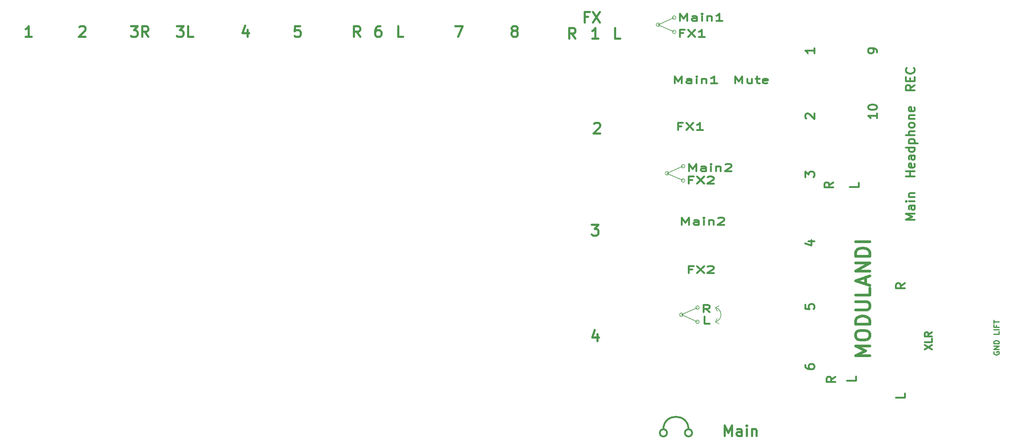
<source format=gbr>
%TF.GenerationSoftware,KiCad,Pcbnew,(6.0.7)*%
%TF.CreationDate,2022-09-27T11:44:32+02:00*%
%TF.ProjectId,Frontpannels,46726f6e-7470-4616-9e6e-656c732e6b69,rev?*%
%TF.SameCoordinates,Original*%
%TF.FileFunction,Copper,L1,Top*%
%TF.FilePolarity,Positive*%
%FSLAX46Y46*%
G04 Gerber Fmt 4.6, Leading zero omitted, Abs format (unit mm)*
G04 Created by KiCad (PCBNEW (6.0.7)) date 2022-09-27 11:44:32*
%MOMM*%
%LPD*%
G01*
G04 APERTURE LIST*
%ADD10C,0.500000*%
%TA.AperFunction,NonConductor*%
%ADD11C,0.500000*%
%TD*%
%ADD12C,0.300000*%
%TA.AperFunction,NonConductor*%
%ADD13C,0.300000*%
%TD*%
%ADD14C,0.800000*%
%TA.AperFunction,NonConductor*%
%ADD15C,0.800000*%
%TD*%
%TA.AperFunction,NonConductor*%
%ADD16C,0.200000*%
%TD*%
%ADD17C,0.600000*%
%TA.AperFunction,NonConductor*%
%ADD18C,0.600000*%
%TD*%
G04 APERTURE END LIST*
D10*
D11*
X247630952Y-64526190D02*
X246440476Y-65359523D01*
X247630952Y-65954761D02*
X245130952Y-65954761D01*
X245130952Y-65002380D01*
X245250000Y-64764285D01*
X245369047Y-64645238D01*
X245607142Y-64526190D01*
X245964285Y-64526190D01*
X246202380Y-64645238D01*
X246321428Y-64764285D01*
X246440476Y-65002380D01*
X246440476Y-65954761D01*
D10*
D11*
X248230952Y-118826190D02*
X247040476Y-119659523D01*
X248230952Y-120254761D02*
X245730952Y-120254761D01*
X245730952Y-119302380D01*
X245850000Y-119064285D01*
X245969047Y-118945238D01*
X246207142Y-118826190D01*
X246564285Y-118826190D01*
X246802380Y-118945238D01*
X246921428Y-119064285D01*
X247040476Y-119302380D01*
X247040476Y-120254761D01*
D10*
D11*
X254730952Y-64626190D02*
X254730952Y-65816666D01*
X252230952Y-65816666D01*
D10*
D11*
X240069047Y-46714285D02*
X239950000Y-46595238D01*
X239830952Y-46357142D01*
X239830952Y-45761904D01*
X239950000Y-45523809D01*
X240069047Y-45404761D01*
X240307142Y-45285714D01*
X240545238Y-45285714D01*
X240902380Y-45404761D01*
X242330952Y-46833333D01*
X242330952Y-45285714D01*
D10*
D11*
X270330952Y-74940476D02*
X267830952Y-74940476D01*
X269616666Y-74107142D01*
X267830952Y-73273809D01*
X270330952Y-73273809D01*
X270330952Y-71011904D02*
X269021428Y-71011904D01*
X268783333Y-71130952D01*
X268664285Y-71369047D01*
X268664285Y-71845238D01*
X268783333Y-72083333D01*
X270211904Y-71011904D02*
X270330952Y-71250000D01*
X270330952Y-71845238D01*
X270211904Y-72083333D01*
X269973809Y-72202380D01*
X269735714Y-72202380D01*
X269497619Y-72083333D01*
X269378571Y-71845238D01*
X269378571Y-71250000D01*
X269259523Y-71011904D01*
X270330952Y-69821428D02*
X268664285Y-69821428D01*
X267830952Y-69821428D02*
X267950000Y-69940476D01*
X268069047Y-69821428D01*
X267950000Y-69702380D01*
X267830952Y-69821428D01*
X268069047Y-69821428D01*
X268664285Y-68630952D02*
X270330952Y-68630952D01*
X268902380Y-68630952D02*
X268783333Y-68511904D01*
X268664285Y-68273809D01*
X268664285Y-67916666D01*
X268783333Y-67678571D01*
X269021428Y-67559523D01*
X270330952Y-67559523D01*
D10*
D11*
X267580952Y-123511904D02*
X267580952Y-124702380D01*
X265080952Y-124702380D01*
X267580952Y-92678571D02*
X266390476Y-93511904D01*
X267580952Y-94107142D02*
X265080952Y-94107142D01*
X265080952Y-93154761D01*
X265200000Y-92916666D01*
X265319047Y-92797619D01*
X265557142Y-92678571D01*
X265914285Y-92678571D01*
X266152380Y-92797619D01*
X266271428Y-92916666D01*
X266390476Y-93154761D01*
X266390476Y-94107142D01*
D12*
D13*
X292450000Y-111892857D02*
X292378571Y-112035714D01*
X292378571Y-112250000D01*
X292450000Y-112464285D01*
X292592857Y-112607142D01*
X292735714Y-112678571D01*
X293021428Y-112750000D01*
X293235714Y-112750000D01*
X293521428Y-112678571D01*
X293664285Y-112607142D01*
X293807142Y-112464285D01*
X293878571Y-112250000D01*
X293878571Y-112107142D01*
X293807142Y-111892857D01*
X293735714Y-111821428D01*
X293235714Y-111821428D01*
X293235714Y-112107142D01*
X293878571Y-111178571D02*
X292378571Y-111178571D01*
X293878571Y-110321428D01*
X292378571Y-110321428D01*
X293878571Y-109607142D02*
X292378571Y-109607142D01*
X292378571Y-109250000D01*
X292450000Y-109035714D01*
X292592857Y-108892857D01*
X292735714Y-108821428D01*
X293021428Y-108750000D01*
X293235714Y-108750000D01*
X293521428Y-108821428D01*
X293664285Y-108892857D01*
X293807142Y-109035714D01*
X293878571Y-109250000D01*
X293878571Y-109607142D01*
X293878571Y-106250000D02*
X293878571Y-106964285D01*
X292378571Y-106964285D01*
X293878571Y-105750000D02*
X292378571Y-105750000D01*
X293092857Y-104535714D02*
X293092857Y-105035714D01*
X293878571Y-105035714D02*
X292378571Y-105035714D01*
X292378571Y-104321428D01*
X292378571Y-103964285D02*
X292378571Y-103107142D01*
X293878571Y-103535714D02*
X292378571Y-103535714D01*
D10*
D11*
X270330952Y-62892857D02*
X267830952Y-62892857D01*
X269021428Y-62892857D02*
X269021428Y-61464285D01*
X270330952Y-61464285D02*
X267830952Y-61464285D01*
X270211904Y-59321428D02*
X270330952Y-59559523D01*
X270330952Y-60035714D01*
X270211904Y-60273809D01*
X269973809Y-60392857D01*
X269021428Y-60392857D01*
X268783333Y-60273809D01*
X268664285Y-60035714D01*
X268664285Y-59559523D01*
X268783333Y-59321428D01*
X269021428Y-59202380D01*
X269259523Y-59202380D01*
X269497619Y-60392857D01*
X270330952Y-57059523D02*
X269021428Y-57059523D01*
X268783333Y-57178571D01*
X268664285Y-57416666D01*
X268664285Y-57892857D01*
X268783333Y-58130952D01*
X270211904Y-57059523D02*
X270330952Y-57297619D01*
X270330952Y-57892857D01*
X270211904Y-58130952D01*
X269973809Y-58250000D01*
X269735714Y-58250000D01*
X269497619Y-58130952D01*
X269378571Y-57892857D01*
X269378571Y-57297619D01*
X269259523Y-57059523D01*
X270330952Y-54797619D02*
X267830952Y-54797619D01*
X270211904Y-54797619D02*
X270330952Y-55035714D01*
X270330952Y-55511904D01*
X270211904Y-55750000D01*
X270092857Y-55869047D01*
X269854761Y-55988095D01*
X269140476Y-55988095D01*
X268902380Y-55869047D01*
X268783333Y-55750000D01*
X268664285Y-55511904D01*
X268664285Y-55035714D01*
X268783333Y-54797619D01*
X268664285Y-53607142D02*
X271164285Y-53607142D01*
X268783333Y-53607142D02*
X268664285Y-53369047D01*
X268664285Y-52892857D01*
X268783333Y-52654761D01*
X268902380Y-52535714D01*
X269140476Y-52416666D01*
X269854761Y-52416666D01*
X270092857Y-52535714D01*
X270211904Y-52654761D01*
X270330952Y-52892857D01*
X270330952Y-53369047D01*
X270211904Y-53607142D01*
X270330952Y-51345238D02*
X267830952Y-51345238D01*
X270330952Y-50273809D02*
X269021428Y-50273809D01*
X268783333Y-50392857D01*
X268664285Y-50630952D01*
X268664285Y-50988095D01*
X268783333Y-51226190D01*
X268902380Y-51345238D01*
X270330952Y-48726190D02*
X270211904Y-48964285D01*
X270092857Y-49083333D01*
X269854761Y-49202380D01*
X269140476Y-49202380D01*
X268902380Y-49083333D01*
X268783333Y-48964285D01*
X268664285Y-48726190D01*
X268664285Y-48369047D01*
X268783333Y-48130952D01*
X268902380Y-48011904D01*
X269140476Y-47892857D01*
X269854761Y-47892857D01*
X270092857Y-48011904D01*
X270211904Y-48130952D01*
X270330952Y-48369047D01*
X270330952Y-48726190D01*
X268664285Y-46821428D02*
X270330952Y-46821428D01*
X268902380Y-46821428D02*
X268783333Y-46702380D01*
X268664285Y-46464285D01*
X268664285Y-46107142D01*
X268783333Y-45869047D01*
X269021428Y-45750000D01*
X270330952Y-45750000D01*
X270211904Y-43607142D02*
X270330952Y-43845238D01*
X270330952Y-44321428D01*
X270211904Y-44559523D01*
X269973809Y-44678571D01*
X269021428Y-44678571D01*
X268783333Y-44559523D01*
X268664285Y-44321428D01*
X268664285Y-43845238D01*
X268783333Y-43607142D01*
X269021428Y-43488095D01*
X269259523Y-43488095D01*
X269497619Y-44678571D01*
D10*
D11*
X242330952Y-27035714D02*
X242330952Y-28464285D01*
X242330952Y-27750000D02*
X239830952Y-27750000D01*
X240188095Y-27988095D01*
X240426190Y-28226190D01*
X240545238Y-28464285D01*
D10*
D11*
X259830952Y-28226190D02*
X259830952Y-27750000D01*
X259711904Y-27511904D01*
X259592857Y-27392857D01*
X259235714Y-27154761D01*
X258759523Y-27035714D01*
X257807142Y-27035714D01*
X257569047Y-27154761D01*
X257450000Y-27273809D01*
X257330952Y-27511904D01*
X257330952Y-27988095D01*
X257450000Y-28226190D01*
X257569047Y-28345238D01*
X257807142Y-28464285D01*
X258402380Y-28464285D01*
X258640476Y-28345238D01*
X258759523Y-28226190D01*
X258878571Y-27988095D01*
X258878571Y-27511904D01*
X258759523Y-27273809D01*
X258640476Y-27154761D01*
X258402380Y-27035714D01*
D10*
D11*
X259830952Y-45226190D02*
X259830952Y-46654761D01*
X259830952Y-45940476D02*
X257330952Y-45940476D01*
X257688095Y-46178571D01*
X257926190Y-46416666D01*
X258045238Y-46654761D01*
X257330952Y-43678571D02*
X257330952Y-43440476D01*
X257450000Y-43202380D01*
X257569047Y-43083333D01*
X257807142Y-42964285D01*
X258283333Y-42845238D01*
X258878571Y-42845238D01*
X259354761Y-42964285D01*
X259592857Y-43083333D01*
X259711904Y-43202380D01*
X259830952Y-43440476D01*
X259830952Y-43678571D01*
X259711904Y-43916666D01*
X259592857Y-44035714D01*
X259354761Y-44154761D01*
X258878571Y-44273809D01*
X258283333Y-44273809D01*
X257807142Y-44154761D01*
X257569047Y-44035714D01*
X257450000Y-43916666D01*
X257330952Y-43678571D01*
D14*
D15*
X257759523Y-112904761D02*
X253759523Y-112904761D01*
X256616666Y-111571428D01*
X253759523Y-110238095D01*
X257759523Y-110238095D01*
X253759523Y-107571428D02*
X253759523Y-106809523D01*
X253950000Y-106428571D01*
X254330952Y-106047619D01*
X255092857Y-105857142D01*
X256426190Y-105857142D01*
X257188095Y-106047619D01*
X257569047Y-106428571D01*
X257759523Y-106809523D01*
X257759523Y-107571428D01*
X257569047Y-107952380D01*
X257188095Y-108333333D01*
X256426190Y-108523809D01*
X255092857Y-108523809D01*
X254330952Y-108333333D01*
X253950000Y-107952380D01*
X253759523Y-107571428D01*
X257759523Y-104142857D02*
X253759523Y-104142857D01*
X253759523Y-103190476D01*
X253950000Y-102619047D01*
X254330952Y-102238095D01*
X254711904Y-102047619D01*
X255473809Y-101857142D01*
X256045238Y-101857142D01*
X256807142Y-102047619D01*
X257188095Y-102238095D01*
X257569047Y-102619047D01*
X257759523Y-103190476D01*
X257759523Y-104142857D01*
X253759523Y-100142857D02*
X256997619Y-100142857D01*
X257378571Y-99952380D01*
X257569047Y-99761904D01*
X257759523Y-99380952D01*
X257759523Y-98619047D01*
X257569047Y-98238095D01*
X257378571Y-98047619D01*
X256997619Y-97857142D01*
X253759523Y-97857142D01*
X257759523Y-94047619D02*
X257759523Y-95952380D01*
X253759523Y-95952380D01*
X256616666Y-92904761D02*
X256616666Y-91000000D01*
X257759523Y-93285714D02*
X253759523Y-91952380D01*
X257759523Y-90619047D01*
X257759523Y-89285714D02*
X253759523Y-89285714D01*
X257759523Y-87000000D01*
X253759523Y-87000000D01*
X257759523Y-85095238D02*
X253759523Y-85095238D01*
X253759523Y-84142857D01*
X253950000Y-83571428D01*
X254330952Y-83190476D01*
X254711904Y-83000000D01*
X255473809Y-82809523D01*
X256045238Y-82809523D01*
X256807142Y-83000000D01*
X257188095Y-83190476D01*
X257569047Y-83571428D01*
X257759523Y-84142857D01*
X257759523Y-85095238D01*
X257759523Y-81095238D02*
X253759523Y-81095238D01*
D10*
D11*
X239830952Y-115523809D02*
X239830952Y-116000000D01*
X239950000Y-116238095D01*
X240069047Y-116357142D01*
X240426190Y-116595238D01*
X240902380Y-116714285D01*
X241854761Y-116714285D01*
X242092857Y-116595238D01*
X242211904Y-116476190D01*
X242330952Y-116238095D01*
X242330952Y-115761904D01*
X242211904Y-115523809D01*
X242092857Y-115404761D01*
X241854761Y-115285714D01*
X241259523Y-115285714D01*
X241021428Y-115404761D01*
X240902380Y-115523809D01*
X240783333Y-115761904D01*
X240783333Y-116238095D01*
X240902380Y-116476190D01*
X241021428Y-116595238D01*
X241259523Y-116714285D01*
D10*
D11*
X273104761Y-111250000D02*
X275104761Y-109916666D01*
X273104761Y-109916666D02*
X275104761Y-111250000D01*
X275104761Y-108202380D02*
X275104761Y-109154761D01*
X273104761Y-109154761D01*
X275104761Y-106392857D02*
X274152380Y-107059523D01*
X275104761Y-107535714D02*
X273104761Y-107535714D01*
X273104761Y-106773809D01*
X273200000Y-106583333D01*
X273295238Y-106488095D01*
X273485714Y-106392857D01*
X273771428Y-106392857D01*
X273961904Y-106488095D01*
X274057142Y-106583333D01*
X274152380Y-106773809D01*
X274152380Y-107535714D01*
D10*
D11*
X239830952Y-98654761D02*
X239830952Y-99845238D01*
X241021428Y-99964285D01*
X240902380Y-99845238D01*
X240783333Y-99607142D01*
X240783333Y-99011904D01*
X240902380Y-98773809D01*
X241021428Y-98654761D01*
X241259523Y-98535714D01*
X241854761Y-98535714D01*
X242092857Y-98654761D01*
X242211904Y-98773809D01*
X242330952Y-99011904D01*
X242330952Y-99607142D01*
X242211904Y-99845238D01*
X242092857Y-99964285D01*
D10*
D11*
X240664285Y-81023809D02*
X242330952Y-81023809D01*
X239711904Y-81619047D02*
X241497619Y-82214285D01*
X241497619Y-80666666D01*
D10*
D11*
X270330952Y-37357142D02*
X269140476Y-38190476D01*
X270330952Y-38785714D02*
X267830952Y-38785714D01*
X267830952Y-37833333D01*
X267950000Y-37595238D01*
X268069047Y-37476190D01*
X268307142Y-37357142D01*
X268664285Y-37357142D01*
X268902380Y-37476190D01*
X269021428Y-37595238D01*
X269140476Y-37833333D01*
X269140476Y-38785714D01*
X269021428Y-36285714D02*
X269021428Y-35452380D01*
X270330952Y-35095238D02*
X270330952Y-36285714D01*
X267830952Y-36285714D01*
X267830952Y-35095238D01*
X270092857Y-32595238D02*
X270211904Y-32714285D01*
X270330952Y-33071428D01*
X270330952Y-33309523D01*
X270211904Y-33666666D01*
X269973809Y-33904761D01*
X269735714Y-34023809D01*
X269259523Y-34142857D01*
X268902380Y-34142857D01*
X268426190Y-34023809D01*
X268188095Y-33904761D01*
X267950000Y-33666666D01*
X267830952Y-33309523D01*
X267830952Y-33071428D01*
X267950000Y-32714285D01*
X268069047Y-32595238D01*
D10*
D11*
X239830952Y-63083333D02*
X239830952Y-61535714D01*
X240783333Y-62369047D01*
X240783333Y-62011904D01*
X240902380Y-61773809D01*
X241021428Y-61654761D01*
X241259523Y-61535714D01*
X241854761Y-61535714D01*
X242092857Y-61654761D01*
X242211904Y-61773809D01*
X242330952Y-62011904D01*
X242330952Y-62726190D01*
X242211904Y-62964285D01*
X242092857Y-63083333D01*
D10*
D11*
X253930952Y-118726190D02*
X253930952Y-119916666D01*
X251430952Y-119916666D01*
D16*
X206250000Y-64000000D02*
G75*
G03*
X206250000Y-64000000I-500000J0D01*
G01*
X215250000Y-100500000D02*
X214750000Y-99500001D01*
X214750000Y-99500001D02*
X215750000Y-99000000D01*
D11*
X201250000Y-134500000D02*
G75*
G03*
X201250000Y-134500000I-1000000J0D01*
G01*
D16*
X209750000Y-99500000D02*
X205250000Y-101500000D01*
X214750000Y-103499999D02*
X215750000Y-104000000D01*
X201750000Y-62000000D02*
G75*
G03*
X201750000Y-62000000I-500000J0D01*
G01*
X203750000Y-18500000D02*
G75*
G03*
X203750000Y-18500000I-500000J0D01*
G01*
X198750000Y-20500000D02*
X203250000Y-18500000D01*
X201250000Y-62000000D02*
X205750000Y-60000000D01*
X201250000Y-62000000D02*
X205750000Y-64000000D01*
D11*
X208250000Y-134500000D02*
G75*
G03*
X208250000Y-134500000I-1000000J0D01*
G01*
X207250000Y-133500000D02*
G75*
G03*
X200250000Y-133500000I-3500000J0D01*
G01*
D16*
X210250000Y-99500000D02*
G75*
G03*
X210250000Y-99500000I-500000J0D01*
G01*
X203750000Y-22500000D02*
G75*
G03*
X203750000Y-22500000I-500000J0D01*
G01*
X205750000Y-60000000D02*
X201250000Y-62000000D01*
X214750000Y-103499999D02*
G75*
G03*
X214750000Y-99500001I-500000J1999999D01*
G01*
X205250000Y-101500000D02*
X209750000Y-99500000D01*
X214750000Y-99500001D02*
X215250000Y-100500000D01*
X215250000Y-102500000D02*
X214750000Y-103499999D01*
X205750000Y-101500000D02*
G75*
G03*
X205750000Y-101500000I-500000J0D01*
G01*
X203250000Y-18500000D02*
X198750000Y-20500000D01*
X214750000Y-103499999D02*
X215250000Y-102500000D01*
X199250000Y-20500000D02*
G75*
G03*
X199250000Y-20500000I-500000J0D01*
G01*
X205250000Y-101500000D02*
X209750000Y-103500000D01*
X206250000Y-60000000D02*
G75*
G03*
X206250000Y-60000000I-500000J0D01*
G01*
X210250000Y-103500000D02*
G75*
G03*
X210250000Y-103500000I-500000J0D01*
G01*
X198750000Y-20500000D02*
X203250000Y-22500000D01*
D17*
D18*
X179250000Y-18285714D02*
X178250000Y-18285714D01*
X178250000Y-19857142D02*
X178250000Y-16857142D01*
X179678571Y-16857142D01*
X180535714Y-16857142D02*
X182535714Y-19857142D01*
X182535714Y-16857142D02*
X180535714Y-19857142D01*
D17*
D18*
X127678571Y-23857142D02*
X126250000Y-23857142D01*
X126250000Y-20857142D01*
D10*
D11*
X208321428Y-63857142D02*
X207321428Y-63857142D01*
X207321428Y-64904761D02*
X207321428Y-62904761D01*
X208750000Y-62904761D01*
X209607142Y-62904761D02*
X211607142Y-64904761D01*
X211607142Y-62904761D02*
X209607142Y-64904761D01*
X212607142Y-63095238D02*
X212750000Y-63000000D01*
X213035714Y-62904761D01*
X213750000Y-62904761D01*
X214035714Y-63000000D01*
X214178571Y-63095238D01*
X214321428Y-63285714D01*
X214321428Y-63476190D01*
X214178571Y-63761904D01*
X212464285Y-64904761D01*
X214321428Y-64904761D01*
D17*
D18*
X121321428Y-20857142D02*
X120750000Y-20857142D01*
X120464285Y-21000000D01*
X120321428Y-21142857D01*
X120035714Y-21571428D01*
X119892857Y-22142857D01*
X119892857Y-23285714D01*
X120035714Y-23571428D01*
X120178571Y-23714285D01*
X120464285Y-23857142D01*
X121035714Y-23857142D01*
X121321428Y-23714285D01*
X121464285Y-23571428D01*
X121607142Y-23285714D01*
X121607142Y-22571428D01*
X121464285Y-22285714D01*
X121321428Y-22142857D01*
X121035714Y-22000000D01*
X120464285Y-22000000D01*
X120178571Y-22142857D01*
X120035714Y-22285714D01*
X119892857Y-22571428D01*
D10*
D11*
X205821428Y-22857142D02*
X204821428Y-22857142D01*
X204821428Y-23904761D02*
X204821428Y-21904761D01*
X206250000Y-21904761D01*
X207107142Y-21904761D02*
X209107142Y-23904761D01*
X209107142Y-21904761D02*
X207107142Y-23904761D01*
X211821428Y-23904761D02*
X210107142Y-23904761D01*
X210964285Y-23904761D02*
X210964285Y-21904761D01*
X210678571Y-22190476D01*
X210392857Y-22380952D01*
X210107142Y-22476190D01*
D17*
D18*
X217321428Y-135357142D02*
X217321428Y-132357142D01*
X218321428Y-134500000D01*
X219321428Y-132357142D01*
X219321428Y-135357142D01*
X222035714Y-135357142D02*
X222035714Y-133785714D01*
X221892857Y-133500000D01*
X221607142Y-133357142D01*
X221035714Y-133357142D01*
X220750000Y-133500000D01*
X222035714Y-135214285D02*
X221750000Y-135357142D01*
X221035714Y-135357142D01*
X220750000Y-135214285D01*
X220607142Y-134928571D01*
X220607142Y-134642857D01*
X220750000Y-134357142D01*
X221035714Y-134214285D01*
X221750000Y-134214285D01*
X222035714Y-134071428D01*
X223464285Y-135357142D02*
X223464285Y-133357142D01*
X223464285Y-132357142D02*
X223321428Y-132500000D01*
X223464285Y-132642857D01*
X223607142Y-132500000D01*
X223464285Y-132357142D01*
X223464285Y-132642857D01*
X224892857Y-133357142D02*
X224892857Y-135357142D01*
X224892857Y-133642857D02*
X225035714Y-133500000D01*
X225321428Y-133357142D01*
X225750000Y-133357142D01*
X226035714Y-133500000D01*
X226178571Y-133785714D01*
X226178571Y-135357142D01*
D10*
D11*
X213178571Y-100794761D02*
X212178571Y-99842380D01*
X211464285Y-100794761D02*
X211464285Y-98794761D01*
X212607142Y-98794761D01*
X212892857Y-98890000D01*
X213035714Y-98985238D01*
X213178571Y-99175714D01*
X213178571Y-99461428D01*
X213035714Y-99651904D01*
X212892857Y-99747142D01*
X212607142Y-99842380D01*
X211464285Y-99842380D01*
X213178571Y-104014761D02*
X211750000Y-104014761D01*
X211750000Y-102014761D01*
D10*
D11*
X205321428Y-48857142D02*
X204321428Y-48857142D01*
X204321428Y-49904761D02*
X204321428Y-47904761D01*
X205750000Y-47904761D01*
X206607142Y-47904761D02*
X208607142Y-49904761D01*
X208607142Y-47904761D02*
X206607142Y-49904761D01*
X211321428Y-49904761D02*
X209607142Y-49904761D01*
X210464285Y-49904761D02*
X210464285Y-47904761D01*
X210178571Y-48190476D01*
X209892857Y-48380952D01*
X209607142Y-48476190D01*
D17*
D18*
X180250000Y-76357142D02*
X182107142Y-76357142D01*
X181107142Y-77500000D01*
X181535714Y-77500000D01*
X181821428Y-77642857D01*
X181964285Y-77785714D01*
X182107142Y-78071428D01*
X182107142Y-78785714D01*
X181964285Y-79071428D01*
X181821428Y-79214285D01*
X181535714Y-79357142D01*
X180678571Y-79357142D01*
X180392857Y-79214285D01*
X180250000Y-79071428D01*
D17*
D18*
X115678571Y-23857142D02*
X114678571Y-22428571D01*
X113964285Y-23857142D02*
X113964285Y-20857142D01*
X115107142Y-20857142D01*
X115392857Y-21000000D01*
X115535714Y-21142857D01*
X115678571Y-21428571D01*
X115678571Y-21857142D01*
X115535714Y-22142857D01*
X115392857Y-22285714D01*
X115107142Y-22428571D01*
X113964285Y-22428571D01*
D10*
D11*
X220250000Y-36904761D02*
X220250000Y-34904761D01*
X221250000Y-36333333D01*
X222250000Y-34904761D01*
X222250000Y-36904761D01*
X224964285Y-35571428D02*
X224964285Y-36904761D01*
X223678571Y-35571428D02*
X223678571Y-36619047D01*
X223821428Y-36809523D01*
X224107142Y-36904761D01*
X224535714Y-36904761D01*
X224821428Y-36809523D01*
X224964285Y-36714285D01*
X225964285Y-35571428D02*
X227107142Y-35571428D01*
X226392857Y-34904761D02*
X226392857Y-36619047D01*
X226535714Y-36809523D01*
X226821428Y-36904761D01*
X227107142Y-36904761D01*
X229250000Y-36809523D02*
X228964285Y-36904761D01*
X228392857Y-36904761D01*
X228107142Y-36809523D01*
X227964285Y-36619047D01*
X227964285Y-35857142D01*
X228107142Y-35666666D01*
X228392857Y-35571428D01*
X228964285Y-35571428D01*
X229250000Y-35666666D01*
X229392857Y-35857142D01*
X229392857Y-36047619D01*
X227964285Y-36238095D01*
D10*
D11*
X203392857Y-36904761D02*
X203392857Y-34904761D01*
X204392857Y-36333333D01*
X205392857Y-34904761D01*
X205392857Y-36904761D01*
X208107142Y-36904761D02*
X208107142Y-35857142D01*
X207964285Y-35666666D01*
X207678571Y-35571428D01*
X207107142Y-35571428D01*
X206821428Y-35666666D01*
X208107142Y-36809523D02*
X207821428Y-36904761D01*
X207107142Y-36904761D01*
X206821428Y-36809523D01*
X206678571Y-36619047D01*
X206678571Y-36428571D01*
X206821428Y-36238095D01*
X207107142Y-36142857D01*
X207821428Y-36142857D01*
X208107142Y-36047619D01*
X209535714Y-36904761D02*
X209535714Y-35571428D01*
X209535714Y-34904761D02*
X209392857Y-35000000D01*
X209535714Y-35095238D01*
X209678571Y-35000000D01*
X209535714Y-34904761D01*
X209535714Y-35095238D01*
X210964285Y-35571428D02*
X210964285Y-36904761D01*
X210964285Y-35761904D02*
X211107142Y-35666666D01*
X211392857Y-35571428D01*
X211821428Y-35571428D01*
X212107142Y-35666666D01*
X212250000Y-35857142D01*
X212250000Y-36904761D01*
X215250000Y-36904761D02*
X213535714Y-36904761D01*
X214392857Y-36904761D02*
X214392857Y-34904761D01*
X214107142Y-35190476D01*
X213821428Y-35380952D01*
X213535714Y-35476190D01*
D17*
D18*
X182107142Y-24357142D02*
X180392857Y-24357142D01*
X181250000Y-24357142D02*
X181250000Y-21357142D01*
X180964285Y-21785714D01*
X180678571Y-22071428D01*
X180392857Y-22214285D01*
D17*
D18*
X142250000Y-20857142D02*
X144250000Y-20857142D01*
X142964285Y-23857142D01*
D17*
D18*
X24107142Y-23857142D02*
X22392857Y-23857142D01*
X23250000Y-23857142D02*
X23250000Y-20857142D01*
X22964285Y-21285714D01*
X22678571Y-21571428D01*
X22392857Y-21714285D01*
D17*
D18*
X51750000Y-20857142D02*
X53607142Y-20857142D01*
X52607142Y-22000000D01*
X53035714Y-22000000D01*
X53321428Y-22142857D01*
X53464285Y-22285714D01*
X53607142Y-22571428D01*
X53607142Y-23285714D01*
X53464285Y-23571428D01*
X53321428Y-23714285D01*
X53035714Y-23857142D01*
X52178571Y-23857142D01*
X51892857Y-23714285D01*
X51750000Y-23571428D01*
X56607142Y-23857142D02*
X55607142Y-22428571D01*
X54892857Y-23857142D02*
X54892857Y-20857142D01*
X56035714Y-20857142D01*
X56321428Y-21000000D01*
X56464285Y-21142857D01*
X56607142Y-21428571D01*
X56607142Y-21857142D01*
X56464285Y-22142857D01*
X56321428Y-22285714D01*
X56035714Y-22428571D01*
X54892857Y-22428571D01*
D17*
D18*
X180892857Y-48142857D02*
X181035714Y-48000000D01*
X181321428Y-47857142D01*
X182035714Y-47857142D01*
X182321428Y-48000000D01*
X182464285Y-48142857D01*
X182607142Y-48428571D01*
X182607142Y-48714285D01*
X182464285Y-49142857D01*
X180750000Y-50857142D01*
X182607142Y-50857142D01*
D10*
D11*
X208321428Y-88857142D02*
X207321428Y-88857142D01*
X207321428Y-89904761D02*
X207321428Y-87904761D01*
X208750000Y-87904761D01*
X209607142Y-87904761D02*
X211607142Y-89904761D01*
X211607142Y-87904761D02*
X209607142Y-89904761D01*
X212607142Y-88095238D02*
X212750000Y-88000000D01*
X213035714Y-87904761D01*
X213750000Y-87904761D01*
X214035714Y-88000000D01*
X214178571Y-88095238D01*
X214321428Y-88285714D01*
X214321428Y-88476190D01*
X214178571Y-88761904D01*
X212464285Y-89904761D01*
X214321428Y-89904761D01*
D17*
D18*
X64535714Y-20857142D02*
X66392857Y-20857142D01*
X65392857Y-22000000D01*
X65821428Y-22000000D01*
X66107142Y-22142857D01*
X66250000Y-22285714D01*
X66392857Y-22571428D01*
X66392857Y-23285714D01*
X66250000Y-23571428D01*
X66107142Y-23714285D01*
X65821428Y-23857142D01*
X64964285Y-23857142D01*
X64678571Y-23714285D01*
X64535714Y-23571428D01*
X69107142Y-23857142D02*
X67678571Y-23857142D01*
X67678571Y-20857142D01*
D17*
D18*
X158464285Y-22142857D02*
X158178571Y-22000000D01*
X158035714Y-21857142D01*
X157892857Y-21571428D01*
X157892857Y-21428571D01*
X158035714Y-21142857D01*
X158178571Y-21000000D01*
X158464285Y-20857142D01*
X159035714Y-20857142D01*
X159321428Y-21000000D01*
X159464285Y-21142857D01*
X159607142Y-21428571D01*
X159607142Y-21571428D01*
X159464285Y-21857142D01*
X159321428Y-22000000D01*
X159035714Y-22142857D01*
X158464285Y-22142857D01*
X158178571Y-22285714D01*
X158035714Y-22428571D01*
X157892857Y-22714285D01*
X157892857Y-23285714D01*
X158035714Y-23571428D01*
X158178571Y-23714285D01*
X158464285Y-23857142D01*
X159035714Y-23857142D01*
X159321428Y-23714285D01*
X159464285Y-23571428D01*
X159607142Y-23285714D01*
X159607142Y-22714285D01*
X159464285Y-22428571D01*
X159321428Y-22285714D01*
X159035714Y-22142857D01*
D17*
D18*
X175678571Y-24357142D02*
X174678571Y-22928571D01*
X173964285Y-24357142D02*
X173964285Y-21357142D01*
X175107142Y-21357142D01*
X175392857Y-21500000D01*
X175535714Y-21642857D01*
X175678571Y-21928571D01*
X175678571Y-22357142D01*
X175535714Y-22642857D01*
X175392857Y-22785714D01*
X175107142Y-22928571D01*
X173964285Y-22928571D01*
D17*
D18*
X181821428Y-106857142D02*
X181821428Y-108857142D01*
X181107142Y-105714285D02*
X180392857Y-107857142D01*
X182250000Y-107857142D01*
D10*
D11*
X207392857Y-61404761D02*
X207392857Y-59404761D01*
X208392857Y-60833333D01*
X209392857Y-59404761D01*
X209392857Y-61404761D01*
X212107142Y-61404761D02*
X212107142Y-60357142D01*
X211964285Y-60166666D01*
X211678571Y-60071428D01*
X211107142Y-60071428D01*
X210821428Y-60166666D01*
X212107142Y-61309523D02*
X211821428Y-61404761D01*
X211107142Y-61404761D01*
X210821428Y-61309523D01*
X210678571Y-61119047D01*
X210678571Y-60928571D01*
X210821428Y-60738095D01*
X211107142Y-60642857D01*
X211821428Y-60642857D01*
X212107142Y-60547619D01*
X213535714Y-61404761D02*
X213535714Y-60071428D01*
X213535714Y-59404761D02*
X213392857Y-59500000D01*
X213535714Y-59595238D01*
X213678571Y-59500000D01*
X213535714Y-59404761D01*
X213535714Y-59595238D01*
X214964285Y-60071428D02*
X214964285Y-61404761D01*
X214964285Y-60261904D02*
X215107142Y-60166666D01*
X215392857Y-60071428D01*
X215821428Y-60071428D01*
X216107142Y-60166666D01*
X216250000Y-60357142D01*
X216250000Y-61404761D01*
X217535714Y-59595238D02*
X217678571Y-59500000D01*
X217964285Y-59404761D01*
X218678571Y-59404761D01*
X218964285Y-59500000D01*
X219107142Y-59595238D01*
X219250000Y-59785714D01*
X219250000Y-59976190D01*
X219107142Y-60261904D01*
X217392857Y-61404761D01*
X219250000Y-61404761D01*
D17*
D18*
X98964285Y-20857142D02*
X97535714Y-20857142D01*
X97392857Y-22285714D01*
X97535714Y-22142857D01*
X97821428Y-22000000D01*
X98535714Y-22000000D01*
X98821428Y-22142857D01*
X98964285Y-22285714D01*
X99107142Y-22571428D01*
X99107142Y-23285714D01*
X98964285Y-23571428D01*
X98821428Y-23714285D01*
X98535714Y-23857142D01*
X97821428Y-23857142D01*
X97535714Y-23714285D01*
X97392857Y-23571428D01*
D17*
D18*
X188178571Y-24357142D02*
X186750000Y-24357142D01*
X186750000Y-21357142D01*
D17*
D18*
X37392857Y-21142857D02*
X37535714Y-21000000D01*
X37821428Y-20857142D01*
X38535714Y-20857142D01*
X38821428Y-21000000D01*
X38964285Y-21142857D01*
X39107142Y-21428571D01*
X39107142Y-21714285D01*
X38964285Y-22142857D01*
X37250000Y-23857142D01*
X39107142Y-23857142D01*
D17*
D18*
X84321428Y-21857142D02*
X84321428Y-23857142D01*
X83607142Y-20714285D02*
X82892857Y-22857142D01*
X84750000Y-22857142D01*
D10*
D11*
X205392857Y-76404761D02*
X205392857Y-74404761D01*
X206392857Y-75833333D01*
X207392857Y-74404761D01*
X207392857Y-76404761D01*
X210107142Y-76404761D02*
X210107142Y-75357142D01*
X209964285Y-75166666D01*
X209678571Y-75071428D01*
X209107142Y-75071428D01*
X208821428Y-75166666D01*
X210107142Y-76309523D02*
X209821428Y-76404761D01*
X209107142Y-76404761D01*
X208821428Y-76309523D01*
X208678571Y-76119047D01*
X208678571Y-75928571D01*
X208821428Y-75738095D01*
X209107142Y-75642857D01*
X209821428Y-75642857D01*
X210107142Y-75547619D01*
X211535714Y-76404761D02*
X211535714Y-75071428D01*
X211535714Y-74404761D02*
X211392857Y-74500000D01*
X211535714Y-74595238D01*
X211678571Y-74500000D01*
X211535714Y-74404761D01*
X211535714Y-74595238D01*
X212964285Y-75071428D02*
X212964285Y-76404761D01*
X212964285Y-75261904D02*
X213107142Y-75166666D01*
X213392857Y-75071428D01*
X213821428Y-75071428D01*
X214107142Y-75166666D01*
X214250000Y-75357142D01*
X214250000Y-76404761D01*
X215535714Y-74595238D02*
X215678571Y-74500000D01*
X215964285Y-74404761D01*
X216678571Y-74404761D01*
X216964285Y-74500000D01*
X217107142Y-74595238D01*
X217250000Y-74785714D01*
X217250000Y-74976190D01*
X217107142Y-75261904D01*
X215392857Y-76404761D01*
X217250000Y-76404761D01*
D10*
D11*
X204892857Y-19404761D02*
X204892857Y-17404761D01*
X205892857Y-18833333D01*
X206892857Y-17404761D01*
X206892857Y-19404761D01*
X209607142Y-19404761D02*
X209607142Y-18357142D01*
X209464285Y-18166666D01*
X209178571Y-18071428D01*
X208607142Y-18071428D01*
X208321428Y-18166666D01*
X209607142Y-19309523D02*
X209321428Y-19404761D01*
X208607142Y-19404761D01*
X208321428Y-19309523D01*
X208178571Y-19119047D01*
X208178571Y-18928571D01*
X208321428Y-18738095D01*
X208607142Y-18642857D01*
X209321428Y-18642857D01*
X209607142Y-18547619D01*
X211035714Y-19404761D02*
X211035714Y-18071428D01*
X211035714Y-17404761D02*
X210892857Y-17500000D01*
X211035714Y-17595238D01*
X211178571Y-17500000D01*
X211035714Y-17404761D01*
X211035714Y-17595238D01*
X212464285Y-18071428D02*
X212464285Y-19404761D01*
X212464285Y-18261904D02*
X212607142Y-18166666D01*
X212892857Y-18071428D01*
X213321428Y-18071428D01*
X213607142Y-18166666D01*
X213750000Y-18357142D01*
X213750000Y-19404761D01*
X216750000Y-19404761D02*
X215035714Y-19404761D01*
X215892857Y-19404761D02*
X215892857Y-17404761D01*
X215607142Y-17690476D01*
X215321428Y-17880952D01*
X215035714Y-17976190D01*
M02*

</source>
